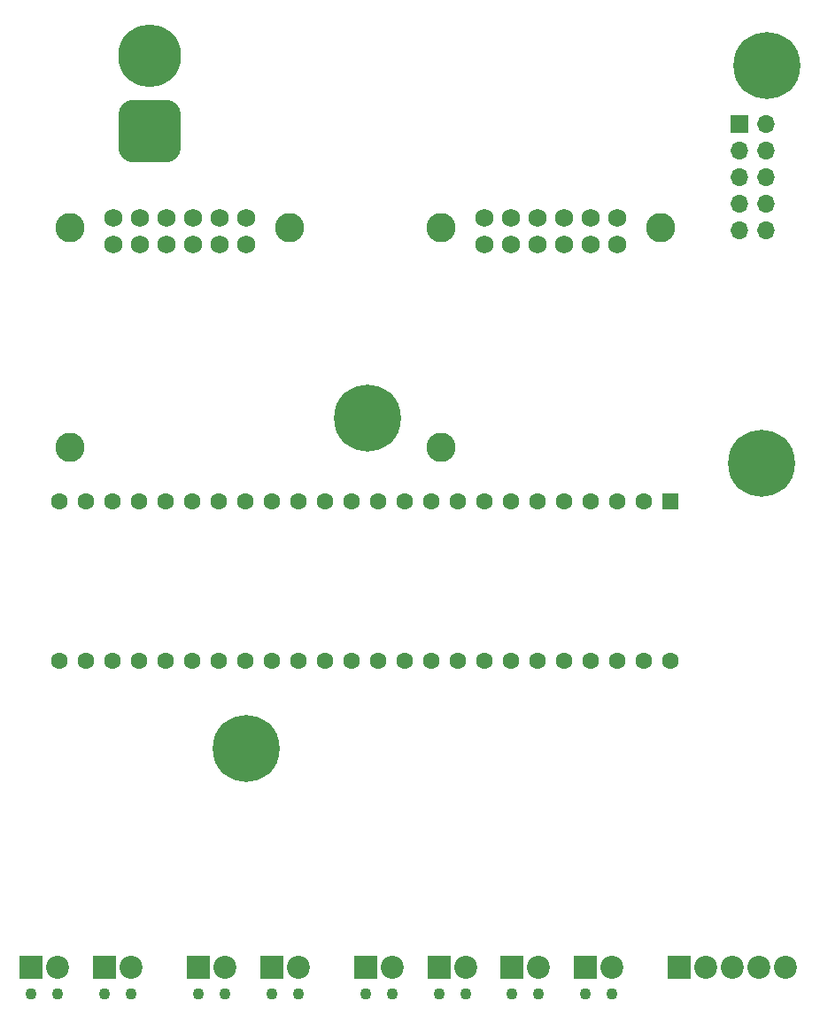
<source format=gbs>
%TF.GenerationSoftware,KiCad,Pcbnew,8.0.5*%
%TF.CreationDate,2024-10-05T14:58:48-05:00*%
%TF.ProjectId,DAQ,4441512e-6b69-4636-9164-5f7063625858,rev?*%
%TF.SameCoordinates,Original*%
%TF.FileFunction,Soldermask,Bot*%
%TF.FilePolarity,Negative*%
%FSLAX46Y46*%
G04 Gerber Fmt 4.6, Leading zero omitted, Abs format (unit mm)*
G04 Created by KiCad (PCBNEW 8.0.5) date 2024-10-05 14:58:48*
%MOMM*%
%LPD*%
G01*
G04 APERTURE LIST*
G04 Aperture macros list*
%AMRoundRect*
0 Rectangle with rounded corners*
0 $1 Rounding radius*
0 $2 $3 $4 $5 $6 $7 $8 $9 X,Y pos of 4 corners*
0 Add a 4 corners polygon primitive as box body*
4,1,4,$2,$3,$4,$5,$6,$7,$8,$9,$2,$3,0*
0 Add four circle primitives for the rounded corners*
1,1,$1+$1,$2,$3*
1,1,$1+$1,$4,$5*
1,1,$1+$1,$6,$7*
1,1,$1+$1,$8,$9*
0 Add four rect primitives between the rounded corners*
20,1,$1+$1,$2,$3,$4,$5,0*
20,1,$1+$1,$4,$5,$6,$7,0*
20,1,$1+$1,$6,$7,$8,$9,0*
20,1,$1+$1,$8,$9,$2,$3,0*%
G04 Aperture macros list end*
%ADD10RoundRect,1.500000X1.500000X-1.500000X1.500000X1.500000X-1.500000X1.500000X-1.500000X-1.500000X0*%
%ADD11C,6.000000*%
%ADD12C,2.800000*%
%ADD13C,1.750000*%
%ADD14R,1.700000X1.700000*%
%ADD15O,1.700000X1.700000*%
%ADD16C,0.800000*%
%ADD17C,6.400000*%
%ADD18C,1.100000*%
%ADD19R,2.200000X2.200000*%
%ADD20C,2.200000*%
%ADD21R,1.600000X1.600000*%
%ADD22C,1.600000*%
G04 APERTURE END LIST*
D10*
%TO.C,J11*%
X117344262Y-60600000D03*
D11*
X117344262Y-53400000D03*
%TD*%
D12*
%TO.C,U2*%
X130690000Y-69785000D03*
X109690000Y-90785000D03*
X109690000Y-69785000D03*
D13*
X113840000Y-71395000D03*
X116380000Y-71395000D03*
X118920000Y-71395000D03*
X121460000Y-71395000D03*
X124000000Y-71395000D03*
X126540000Y-71395000D03*
X113840000Y-68855000D03*
X116380000Y-68855000D03*
X118920000Y-68855000D03*
X121460000Y-68855000D03*
X124000000Y-68855000D03*
X126540000Y-68855000D03*
%TD*%
D14*
%TO.C,J14*%
X173725000Y-59925000D03*
D15*
X176265000Y-59925000D03*
X173725000Y-62465000D03*
X176265000Y-62465000D03*
X173725000Y-65005000D03*
X176265000Y-65005000D03*
X173725000Y-67545000D03*
X176265000Y-67545000D03*
X173725000Y-70085000D03*
X176265000Y-70085000D03*
%TD*%
D16*
%TO.C,H1*%
X173902944Y-54302944D03*
X174605888Y-52605888D03*
X174605888Y-56000000D03*
X176302944Y-51902944D03*
D17*
X176302944Y-54302944D03*
D16*
X176302944Y-56702944D03*
X178000000Y-52605888D03*
X178000000Y-56000000D03*
X178702944Y-54302944D03*
%TD*%
%TO.C,H2*%
X173402944Y-92302944D03*
X174105888Y-90605888D03*
X174105888Y-94000000D03*
X175802944Y-89902944D03*
D17*
X175802944Y-92302944D03*
D16*
X175802944Y-94702944D03*
X177500000Y-90605888D03*
X177500000Y-94000000D03*
X178202944Y-92302944D03*
%TD*%
%TO.C,H3*%
X135700000Y-88000000D03*
X136402944Y-86302944D03*
X136402944Y-89697056D03*
X138100000Y-85600000D03*
D17*
X138100000Y-88000000D03*
D16*
X138100000Y-90400000D03*
X139797056Y-86302944D03*
X139797056Y-89697056D03*
X140500000Y-88000000D03*
%TD*%
D18*
%TO.C,J4*%
X158960000Y-143040000D03*
X161500000Y-143040000D03*
D19*
X158960000Y-140500000D03*
D20*
X161500000Y-140500000D03*
%TD*%
D18*
%TO.C,J8*%
X129000000Y-143040000D03*
X131540000Y-143040000D03*
D19*
X129000000Y-140500000D03*
D20*
X131540000Y-140500000D03*
%TD*%
D18*
%TO.C,J7*%
X122000000Y-143040000D03*
X124540000Y-143040000D03*
D19*
X122000000Y-140500000D03*
D20*
X124540000Y-140500000D03*
%TD*%
D18*
%TO.C,J9*%
X105960000Y-143040000D03*
X108500000Y-143040000D03*
D19*
X105960000Y-140500000D03*
D20*
X108500000Y-140500000D03*
%TD*%
D19*
%TO.C,J5*%
X167920000Y-140500000D03*
D20*
X170460000Y-140500000D03*
X173000000Y-140500000D03*
X175540000Y-140500000D03*
X178080000Y-140500000D03*
%TD*%
D16*
%TO.C,H4*%
X124100000Y-119600000D03*
X124802944Y-117902944D03*
X124802944Y-121297056D03*
X126500000Y-117200000D03*
D17*
X126500000Y-119600000D03*
D16*
X126500000Y-122000000D03*
X128197056Y-117902944D03*
X128197056Y-121297056D03*
X128900000Y-119600000D03*
%TD*%
D18*
%TO.C,J1*%
X137960000Y-143040000D03*
X140500000Y-143040000D03*
D19*
X137960000Y-140500000D03*
D20*
X140500000Y-140500000D03*
%TD*%
D18*
%TO.C,J3*%
X151960000Y-143040000D03*
X154500000Y-143040000D03*
D19*
X151960000Y-140500000D03*
D20*
X154500000Y-140500000D03*
%TD*%
D21*
%TO.C,U1*%
X167100000Y-96000000D03*
D22*
X164560000Y-96000000D03*
X162020000Y-96000000D03*
X159480000Y-96000000D03*
X156940000Y-96000000D03*
X154400000Y-96000000D03*
X151860000Y-96000000D03*
X149320000Y-96000000D03*
X146780000Y-96000000D03*
X144240000Y-96000000D03*
X141700000Y-96000000D03*
X139160000Y-96000000D03*
X136620000Y-96000000D03*
X134080000Y-96000000D03*
X131540000Y-96000000D03*
X129000000Y-96000000D03*
X126460000Y-96000000D03*
X123920000Y-96000000D03*
X121380000Y-96000000D03*
X118840000Y-96000000D03*
X116300000Y-96000000D03*
X113760000Y-96000000D03*
X111220000Y-96000000D03*
X108680000Y-96000000D03*
X108680000Y-111240000D03*
X111220000Y-111240000D03*
X113760000Y-111240000D03*
X116300000Y-111240000D03*
X118840000Y-111240000D03*
X121380000Y-111240000D03*
X123920000Y-111240000D03*
X126460000Y-111240000D03*
X129000000Y-111240000D03*
X131540000Y-111240000D03*
X134080000Y-111240000D03*
X136620000Y-111240000D03*
X139160000Y-111240000D03*
X141700000Y-111240000D03*
X144240000Y-111240000D03*
X146780000Y-111240000D03*
X149320000Y-111240000D03*
X151860000Y-111240000D03*
X154400000Y-111240000D03*
X156940000Y-111240000D03*
X159480000Y-111240000D03*
X162020000Y-111240000D03*
X164560000Y-111240000D03*
X167100000Y-111240000D03*
%TD*%
D18*
%TO.C,J2*%
X144960000Y-143040000D03*
X147500000Y-143040000D03*
D19*
X144960000Y-140500000D03*
D20*
X147500000Y-140500000D03*
%TD*%
D18*
%TO.C,J10*%
X112960000Y-143040000D03*
X115500000Y-143040000D03*
D19*
X112960000Y-140500000D03*
D20*
X115500000Y-140500000D03*
%TD*%
D12*
%TO.C,U3*%
X166190000Y-69785000D03*
X145190000Y-90785000D03*
X145190000Y-69785000D03*
D13*
X149340000Y-71395000D03*
X151880000Y-71395000D03*
X154420000Y-71395000D03*
X156960000Y-71395000D03*
X159500000Y-71395000D03*
X162040000Y-71395000D03*
X149340000Y-68855000D03*
X151880000Y-68855000D03*
X154420000Y-68855000D03*
X156960000Y-68855000D03*
X159500000Y-68855000D03*
X162040000Y-68855000D03*
%TD*%
M02*

</source>
